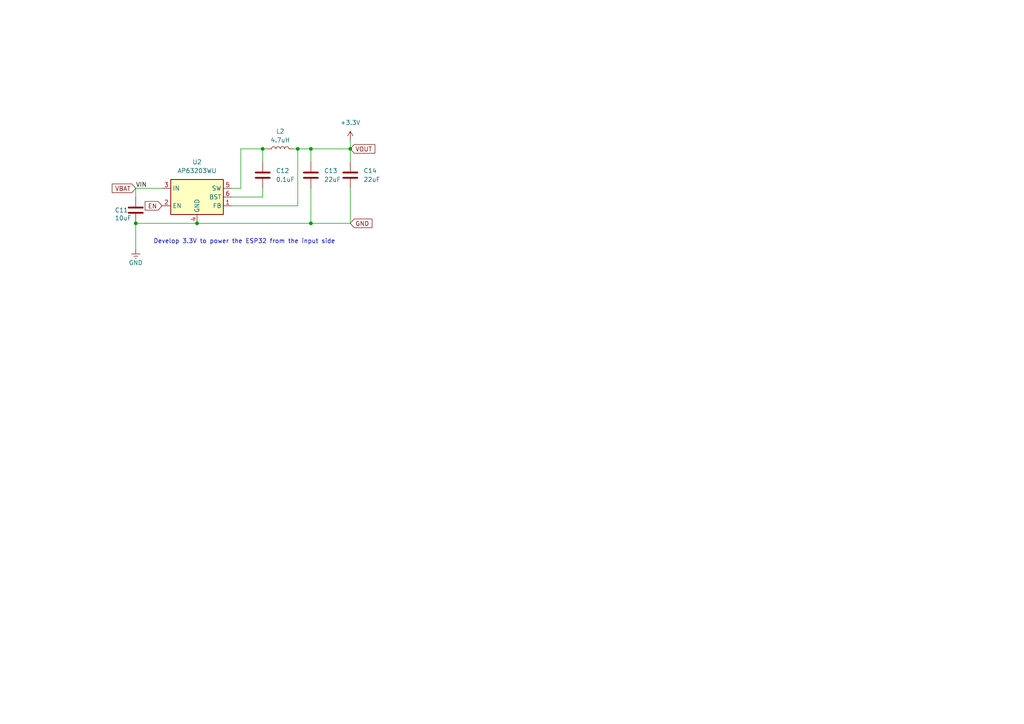
<source format=kicad_sch>
(kicad_sch (version 20231120) (generator "eeschema") (generator_version "8.0")
  (paper "A4")
  (title_block (title "MEGAphone megaphone-low-current-dc-dc-converter") (rev "20250216") (comment 1 "Adapted for MEGAphone module format") (comment 2 "Adapted for 3.5V output voltage"))
  (lib_symbols
    (symbol "Device:C" (pin_numbers hide) (pin_names (offset 0.254))
      (property "Reference" "C" (at 0.635 2.54 0))
      (property "Value" "C" (at 0.635 -2.54 0))
      (symbol "C_0_1"
        (polyline (pts (xy -2.032 -0.762) (xy 2.032 -0.762)) (stroke (width 0.508)))
        (polyline (pts (xy -2.032 0.762) (xy 2.032 0.762)) (stroke (width 0.508)))
      )
      (symbol "C_1_1"
        (pin passive line (at 0 3.81 270) (length 2.794) (name "~") (number "1"))
        (pin passive line (at 0 -3.81 90) (length 2.794) (name "~") (number "2"))
      )
    )
    (symbol "Device:L" (pin_numbers hide) (pin_names (offset 1.016) hide)
      (property "Reference" "L" (at -1.27 0 90))
      (property "Value" "L" (at 1.905 0 90))
      (symbol "L_0_1"
        (arc (start 0 -2.54) (mid 0.6323 -1.905) (end 0 -1.27))
        (arc (start 0 -1.27) (mid 0.6323 -0.635) (end 0 0))
        (arc (start 0 0) (mid 0.6323 0.635) (end 0 1.27))
        (arc (start 0 1.27) (mid 0.6323 1.905) (end 0 2.54))
      )
      (symbol "L_1_1"
        (pin passive line (at 0 3.81 270) (length 1.27) (name "1") (number "1"))
        (pin passive line (at 0 -3.81 90) (length 1.27) (name "2") (number "2"))
      )
    )
    (symbol "Regulator_Switching:AP63203WU"
      (property "Reference" "U" (at -7.62 6.35 0))
      (property "Value" "AP63203WU" (at 2.54 6.35 0))
      (symbol "AP63203WU_0_1"
        (rectangle (start -7.62 5.08) (end 7.62 -5.08) (stroke (width 0.254)) (fill (type background)))
      )
      (symbol "AP63203WU_1_1"
        (pin input line (at 10.16 -2.54 180) (length 2.54) (name "FB") (number "1"))
        (pin input line (at -10.16 -2.54 0) (length 2.54) (name "EN") (number "2"))
        (pin power_in line (at -10.16 2.54 0) (length 2.54) (name "IN") (number "3"))
        (pin power_in line (at 0 -7.62 90) (length 2.54) (name "GND") (number "4"))
        (pin output line (at 10.16 2.54 180) (length 2.54) (name "SW") (number "5"))
        (pin passive line (at 10.16 0 180) (length 2.54) (name "BST") (number "6"))
      )
    )
    (symbol "power:+3.3V" (power) (pin_numbers hide) (pin_names (offset 0) hide)
      (property "Value" "+3.3V" (at 0 3.556 0))
      (symbol "+3.3V_0_1"
        (polyline (pts (xy -0.762 1.27) (xy 0 2.54)))
        (polyline (pts (xy 0 0) (xy 0 2.54)))
        (polyline (pts (xy 0 2.54) (xy 0.762 1.27)))
      )
      (symbol "+3.3V_1_1"
        (pin power_in line (at 0 0 90) (length 0) (name "~") (number "1"))
      )
    )
    (symbol "power:Earth" (power) (pin_numbers hide) (pin_names (offset 0) hide)
      (property "Value" "Earth" (at 0 -3.81 0))
      (symbol "Earth_0_1"
        (polyline (pts (xy -0.635 -1.905) (xy 0.635 -1.905)))
        (polyline (pts (xy -0.127 -2.54) (xy 0.127 -2.54)))
        (polyline (pts (xy 0 -1.27) (xy 0 0)))
        (polyline (pts (xy 1.27 -1.27) (xy -1.27 -1.27)))
      )
      (symbol "Earth_1_1"
        (pin power_in line (at 0 0 270) (length 0) (name "~") (number "1"))
      )
    )
  )
  (junction (at 76.2 43.18))
  (junction (at 90.17 43.18))
  (junction (at 90.17 64.77))
  (junction (at 101.6 43.18))
  (junction (at 57.15 64.77))
  (junction (at 39.37 64.77))
  (junction (at 86.36 43.18))
  (wire (pts (xy 90.17 64.77) (xy 101.6 64.77)))
  (wire (pts (xy 90.17 64.77) (xy 90.17 54.61)))
  (wire (pts (xy 86.36 43.18) (xy 86.36 59.69)))
  (wire (pts (xy 101.6 40.64) (xy 101.6 43.18)))
  (wire (pts (xy 86.36 43.18) (xy 90.17 43.18)))
  (wire (pts (xy 86.36 43.18) (xy 85.09 43.18)))
  (wire (pts (xy 39.37 64.77) (xy 39.37 72.39)))
  (wire (pts (xy 69.85 43.18) (xy 69.85 54.61)))
  (wire (pts (xy 77.47 43.18) (xy 76.2 43.18)))
  (wire (pts (xy 101.6 43.18) (xy 101.6 46.99)))
  (wire (pts (xy 90.17 43.18) (xy 90.17 46.99)))
  (wire (pts (xy 39.37 57.15) (xy 39.37 54.61)))
  (wire (pts (xy 57.15 64.77) (xy 90.17 64.77)))
  (wire (pts (xy 90.17 43.18) (xy 101.6 43.18)))
  (wire (pts (xy 69.85 54.61) (xy 67.31 54.61)))
  (wire (pts (xy 76.2 43.18) (xy 69.85 43.18)))
  (wire (pts (xy 101.6 64.77) (xy 101.6 54.61)))
  (wire (pts (xy 76.2 43.18) (xy 76.2 46.99)))
  (wire (pts (xy 76.2 57.15) (xy 76.2 54.61)))
  (wire (pts (xy 39.37 54.61) (xy 46.99 54.61)))
  (wire (pts (xy 67.31 57.15) (xy 76.2 57.15)))
  (wire (pts (xy 67.31 59.69) (xy 86.36 59.69)))
  (wire (pts (xy 39.37 64.77) (xy 57.15 64.77)))
  (text "Develop 3.3V to power the ESP32 from the input side" (at 70.866 70.104 0) (effects (font (size 1.27 1.27))))
  (label "VIN" (at 39.37 54.61 0))
  (global_label "VBAT" (shape input) (at 39.37 54.61 180) (property "Intersheetrefs" "${INTERSHEET_REFS}" (effects (hide yes))))
  (global_label "EN" (shape input) (at 46.99 59.69 180) (property "Intersheetrefs" "${INTERSHEET_REFS}" (effects (hide yes))))
  (global_label "VOUT" (shape input) (at 101.6 43.18 0) (property "Intersheetrefs" "${INTERSHEET_REFS}" (effects (hide yes))))
  (global_label "GND" (shape input) (at 101.6 64.77 0) (property "Intersheetrefs" "${INTERSHEET_REFS}" (effects (hide yes))))
  (symbol (lib_id "Regulator_Switching:AP63203WU") (at 57.15 57.15 0) (unit 1)
    (property "Reference" "U2" (at 57.15 46.99 0))
    (property "Value" "AP63203WU" (at 57.15 49.53 0))
    (property "Footprint" "Package_TO_SOT_SMD:TSOT-23-6" (effects (hide yes)))
    (property "Datasheet" "https://www.diodes.com/assets/Datasheets/AP63200-AP63201-AP63203-AP63205.pdf" (effects (hide yes)))
  )
  (symbol (lib_id "power:+3.3V") (at 101.6 40.64 0) (unit 1)
    (property "Reference" "#PWR019" (effects (hide yes)))
    (property "Value" "+3.3V" (at 101.6 35.56 0))
    (property "Description" "Power symbol creates a global label with name \"+3.3V\"" (effects (hide yes)))
  )
  (symbol (lib_id "power:Earth") (at 39.37 72.39 0) (unit 1)
    (property "Reference" "#PWR023" (effects (hide yes)))
    (property "Value" "GND" (at 39.37 76.2 0))
    (property "Description" "Power symbol creates a global label with name \"Earth\"" (effects (hide yes)))
  )
  (symbol (lib_id "Device:C") (at 90.17 50.8 0) (unit 1)
    (property "Reference" "C13" (at 93.98 49.5299 0) (effects (justify left)))
    (property "Value" "22uF" (at 93.98 52.0699 0) (effects (justify left)))
    (property "Footprint" "Capacitor_SMD:C_0603_1608Metric" (effects (hide yes)))
  )
  (symbol (lib_id "Device:C") (at 39.37 60.96 180) (unit 1)
    (property "Reference" "C11" (at 33.274 60.96 0) (effects (justify right)))
    (property "Value" "10uF" (at 33.274 63.246 0) (effects (justify right)))
    (property "Footprint" "Capacitor_SMD:C_0603_1608Metric" (effects (hide yes)))
  )
  (symbol (lib_id "Device:L") (at 81.28 43.18 90) (unit 1)
    (property "Reference" "L2" (at 81.28 38.1 90))
    (property "Value" "4.7uH" (at 81.28 40.64 90))
    (property "Footprint" "Inductor_SMD:L_Vishay_IFSC-1515AH_4x4x1.8mm" (effects (hide yes)))
    (property "Datasheet" "IFSC1515AHER4R7M01" (effects (hide yes)))
  )
  (symbol (lib_id "Device:C") (at 101.6 50.8 0) (unit 1)
    (property "Reference" "C14" (at 105.41 49.5299 0) (effects (justify left)))
    (property "Value" "22uF" (at 105.41 52.0699 0) (effects (justify left)))
    (property "Footprint" "Capacitor_SMD:C_0603_1608Metric" (effects (hide yes)))
  )
  (symbol (lib_id "Device:C") (at 76.2 50.8 0) (unit 1)
    (property "Reference" "C12" (at 80.01 49.5299 0) (effects (justify left)))
    (property "Value" "0.1uF" (at 80.01 52.0699 0) (effects (justify left)))
    (property "Footprint" "Capacitor_SMD:C_0603_1608Metric" (effects (hide yes)))
  )
)
</source>
